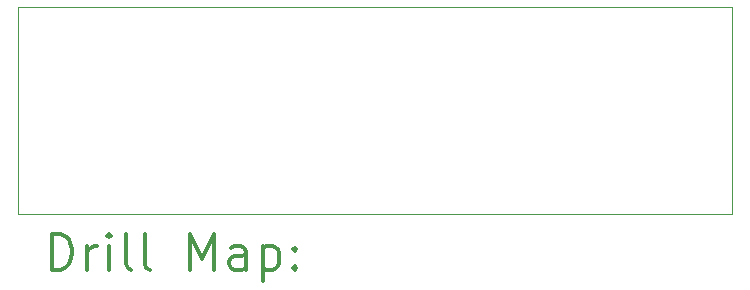
<source format=gbr>
%FSLAX45Y45*%
G04 Gerber Fmt 4.5, Leading zero omitted, Abs format (unit mm)*
G04 Created by KiCad (PCBNEW (5.1.5-0-10_14)) date 2020-03-21 12:37:55*
%MOMM*%
%LPD*%
G04 APERTURE LIST*
%TA.AperFunction,Profile*%
%ADD10C,0.050000*%
%TD*%
%ADD11C,0.200000*%
%ADD12C,0.300000*%
G04 APERTURE END LIST*
D10*
X3810000Y-3225800D02*
X9855200Y-3225800D01*
X3810000Y-4978400D02*
X3810000Y-3225800D01*
X9855200Y-4978400D02*
X3810000Y-4978400D01*
X9855200Y-3225800D02*
X9855200Y-4978400D01*
D11*
D12*
X4093928Y-5446614D02*
X4093928Y-5146614D01*
X4165357Y-5146614D01*
X4208214Y-5160900D01*
X4236786Y-5189472D01*
X4251071Y-5218043D01*
X4265357Y-5275186D01*
X4265357Y-5318043D01*
X4251071Y-5375186D01*
X4236786Y-5403757D01*
X4208214Y-5432329D01*
X4165357Y-5446614D01*
X4093928Y-5446614D01*
X4393928Y-5446614D02*
X4393928Y-5246614D01*
X4393928Y-5303757D02*
X4408214Y-5275186D01*
X4422500Y-5260900D01*
X4451071Y-5246614D01*
X4479643Y-5246614D01*
X4579643Y-5446614D02*
X4579643Y-5246614D01*
X4579643Y-5146614D02*
X4565357Y-5160900D01*
X4579643Y-5175186D01*
X4593928Y-5160900D01*
X4579643Y-5146614D01*
X4579643Y-5175186D01*
X4765357Y-5446614D02*
X4736786Y-5432329D01*
X4722500Y-5403757D01*
X4722500Y-5146614D01*
X4922500Y-5446614D02*
X4893928Y-5432329D01*
X4879643Y-5403757D01*
X4879643Y-5146614D01*
X5265357Y-5446614D02*
X5265357Y-5146614D01*
X5365357Y-5360900D01*
X5465357Y-5146614D01*
X5465357Y-5446614D01*
X5736786Y-5446614D02*
X5736786Y-5289472D01*
X5722500Y-5260900D01*
X5693928Y-5246614D01*
X5636786Y-5246614D01*
X5608214Y-5260900D01*
X5736786Y-5432329D02*
X5708214Y-5446614D01*
X5636786Y-5446614D01*
X5608214Y-5432329D01*
X5593928Y-5403757D01*
X5593928Y-5375186D01*
X5608214Y-5346614D01*
X5636786Y-5332329D01*
X5708214Y-5332329D01*
X5736786Y-5318043D01*
X5879643Y-5246614D02*
X5879643Y-5546614D01*
X5879643Y-5260900D02*
X5908214Y-5246614D01*
X5965357Y-5246614D01*
X5993928Y-5260900D01*
X6008214Y-5275186D01*
X6022500Y-5303757D01*
X6022500Y-5389472D01*
X6008214Y-5418043D01*
X5993928Y-5432329D01*
X5965357Y-5446614D01*
X5908214Y-5446614D01*
X5879643Y-5432329D01*
X6151071Y-5418043D02*
X6165357Y-5432329D01*
X6151071Y-5446614D01*
X6136786Y-5432329D01*
X6151071Y-5418043D01*
X6151071Y-5446614D01*
X6151071Y-5260900D02*
X6165357Y-5275186D01*
X6151071Y-5289472D01*
X6136786Y-5275186D01*
X6151071Y-5260900D01*
X6151071Y-5289472D01*
M02*

</source>
